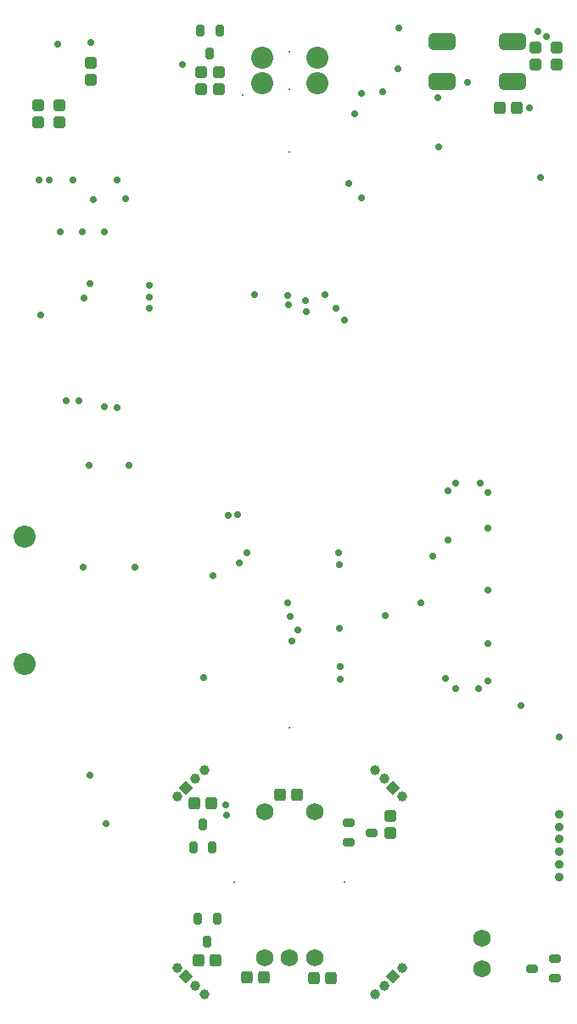
<source format=gbs>
G04 Layer_Color=16711935*
%FSLAX44Y44*%
%MOMM*%
G71*
G01*
G75*
G04:AMPARAMS|DCode=52|XSize=1.2032mm|YSize=1.1032mm|CornerRadius=0.2141mm|HoleSize=0mm|Usage=FLASHONLY|Rotation=0.000|XOffset=0mm|YOffset=0mm|HoleType=Round|Shape=RoundedRectangle|*
%AMROUNDEDRECTD52*
21,1,1.2032,0.6750,0,0,0.0*
21,1,0.7750,1.1032,0,0,0.0*
1,1,0.4282,0.3875,-0.3375*
1,1,0.4282,-0.3875,-0.3375*
1,1,0.4282,-0.3875,0.3375*
1,1,0.4282,0.3875,0.3375*
%
%ADD52ROUNDEDRECTD52*%
G04:AMPARAMS|DCode=61|XSize=1.2032mm|YSize=1.1032mm|CornerRadius=0.2141mm|HoleSize=0mm|Usage=FLASHONLY|Rotation=270.000|XOffset=0mm|YOffset=0mm|HoleType=Round|Shape=RoundedRectangle|*
%AMROUNDEDRECTD61*
21,1,1.2032,0.6750,0,0,270.0*
21,1,0.7750,1.1032,0,0,270.0*
1,1,0.4282,-0.3375,-0.3875*
1,1,0.4282,-0.3375,0.3875*
1,1,0.4282,0.3375,0.3875*
1,1,0.4282,0.3375,-0.3875*
%
%ADD61ROUNDEDRECTD61*%
G04:AMPARAMS|DCode=65|XSize=0.8032mm|YSize=1.2032mm|CornerRadius=0.1766mm|HoleSize=0mm|Usage=FLASHONLY|Rotation=270.000|XOffset=0mm|YOffset=0mm|HoleType=Round|Shape=RoundedRectangle|*
%AMROUNDEDRECTD65*
21,1,0.8032,0.8500,0,0,270.0*
21,1,0.4500,1.2032,0,0,270.0*
1,1,0.3532,-0.4250,-0.2250*
1,1,0.3532,-0.4250,0.2250*
1,1,0.3532,0.4250,0.2250*
1,1,0.3532,0.4250,-0.2250*
%
%ADD65ROUNDEDRECTD65*%
G04:AMPARAMS|DCode=72|XSize=0.8032mm|YSize=1.2032mm|CornerRadius=0.1766mm|HoleSize=0mm|Usage=FLASHONLY|Rotation=0.000|XOffset=0mm|YOffset=0mm|HoleType=Round|Shape=RoundedRectangle|*
%AMROUNDEDRECTD72*
21,1,0.8032,0.8500,0,0,0.0*
21,1,0.4500,1.2032,0,0,0.0*
1,1,0.3532,0.2250,-0.4250*
1,1,0.3532,-0.2250,-0.4250*
1,1,0.3532,-0.2250,0.4250*
1,1,0.3532,0.2250,0.4250*
%
%ADD72ROUNDEDRECTD72*%
%ADD78C,1.7272*%
%ADD79C,0.2032*%
%ADD80C,2.2032*%
%ADD81C,1.0000*%
%ADD82P,1.4142X4X90.0*%
%ADD83P,1.4142X4X180.0*%
%ADD84C,0.9032*%
%ADD85R,0.2032X0.2032*%
%ADD86C,0.7032*%
G04:AMPARAMS|DCode=87|XSize=2.7032mm|YSize=1.7032mm|CornerRadius=0.4766mm|HoleSize=0mm|Usage=FLASHONLY|Rotation=180.000|XOffset=0mm|YOffset=0mm|HoleType=Round|Shape=RoundedRectangle|*
%AMROUNDEDRECTD87*
21,1,2.7032,0.7500,0,0,180.0*
21,1,1.7500,1.7032,0,0,180.0*
1,1,0.9532,-0.8750,0.3750*
1,1,0.9532,0.8750,0.3750*
1,1,0.9532,0.8750,-0.3750*
1,1,0.9532,-0.8750,-0.3750*
%
%ADD87ROUNDEDRECTD87*%
D52*
X212042Y925000D02*
D03*
Y942000D02*
D03*
X229585Y925077D02*
D03*
Y942076D02*
D03*
X545000Y949000D02*
D03*
Y966000D02*
D03*
X566500Y949000D02*
D03*
Y966000D02*
D03*
X400500Y183500D02*
D03*
Y200500D02*
D03*
X101500Y951500D02*
D03*
Y934500D02*
D03*
X49500Y908500D02*
D03*
Y891500D02*
D03*
X70000Y908500D02*
D03*
Y891500D02*
D03*
D61*
X509500Y906000D02*
D03*
X526500D02*
D03*
X226000Y56500D02*
D03*
X209000D02*
D03*
X205000Y212500D02*
D03*
X222000D02*
D03*
X341500Y38000D02*
D03*
X324500D02*
D03*
X257500Y39000D02*
D03*
X274500D02*
D03*
X290500Y221500D02*
D03*
X307500D02*
D03*
D65*
X382000Y183500D02*
D03*
X359000Y193000D02*
D03*
Y174000D02*
D03*
X542000Y48000D02*
D03*
X565000Y38500D02*
D03*
Y57500D02*
D03*
D72*
X220423Y960000D02*
D03*
X229923Y983000D02*
D03*
X210923D02*
D03*
X218000Y74500D02*
D03*
X227500Y97500D02*
D03*
X208500D02*
D03*
X213500Y192000D02*
D03*
X204000Y169000D02*
D03*
X223000D02*
D03*
D78*
X492000Y78000D02*
D03*
Y48000D02*
D03*
X275000Y59000D02*
D03*
X300000D02*
D03*
X325000D02*
D03*
Y204000D02*
D03*
X275000D02*
D03*
D79*
X300000Y862000D02*
D03*
Y288000D02*
D03*
Y962500D02*
D03*
Y924500D02*
D03*
X253500Y919000D02*
D03*
X245000Y134000D02*
D03*
D80*
X35800Y478500D02*
D03*
Y351500D02*
D03*
X272500Y956200D02*
D03*
Y930800D02*
D03*
X327500D02*
D03*
Y956200D02*
D03*
D81*
X385270Y22000D02*
D03*
X394250Y30980D02*
D03*
X412211Y48941D02*
D03*
X214710Y22000D02*
D03*
X205730Y30980D02*
D03*
X187769Y48941D02*
D03*
X385270Y246210D02*
D03*
X394250Y237230D02*
D03*
X412211Y219269D02*
D03*
X214710Y246210D02*
D03*
X205730Y237230D02*
D03*
X187769Y219270D02*
D03*
D82*
X403231Y39960D02*
D03*
X196749Y228250D02*
D03*
D83*
Y39961D02*
D03*
X403230Y228249D02*
D03*
D84*
X569000Y139500D02*
D03*
Y152000D02*
D03*
Y164500D02*
D03*
Y177000D02*
D03*
Y189500D02*
D03*
Y202000D02*
D03*
D85*
X355000Y134000D02*
D03*
D86*
X100750Y731250D02*
D03*
X76750Y614000D02*
D03*
X89650Y614150D02*
D03*
X308000Y385500D02*
D03*
X299000Y709500D02*
D03*
X52000Y700000D02*
D03*
X316500Y703000D02*
D03*
X316000Y714000D02*
D03*
X556000Y977000D02*
D03*
X548000Y982500D02*
D03*
X448000Y916000D02*
D03*
X539000Y906000D02*
D03*
X408500Y945500D02*
D03*
X409000Y985500D02*
D03*
X100500Y240499D02*
D03*
X265000Y720000D02*
D03*
X257500Y463000D02*
D03*
X301000Y399500D02*
D03*
X302500Y374500D02*
D03*
X350000Y387500D02*
D03*
X214000Y338500D02*
D03*
X136500Y815500D02*
D03*
X104500Y815000D02*
D03*
X128000Y834000D02*
D03*
X50000D02*
D03*
X83500D02*
D03*
X250000Y452500D02*
D03*
X449000Y867000D02*
D03*
X93750Y448500D02*
D03*
X117250Y192750D02*
D03*
X358750Y830500D02*
D03*
X371500Y816250D02*
D03*
X497750Y425000D02*
D03*
X350650Y336650D02*
D03*
X350650Y349350D02*
D03*
X145500Y448500D02*
D03*
X68500Y970000D02*
D03*
X102000Y971500D02*
D03*
X193000Y949500D02*
D03*
X223500Y440000D02*
D03*
X297850Y412850D02*
D03*
X569000Y279000D02*
D03*
X530500Y310500D02*
D03*
X395850Y400150D02*
D03*
X237000Y201000D02*
D03*
X236500Y211500D02*
D03*
X248500Y500500D02*
D03*
X238500Y500000D02*
D03*
X115050Y607950D02*
D03*
X95000Y717000D02*
D03*
X71500Y783000D02*
D03*
X115500D02*
D03*
X93500D02*
D03*
X160000Y706500D02*
D03*
Y717750D02*
D03*
Y729000D02*
D03*
X346500Y706500D02*
D03*
X355000Y694500D02*
D03*
X477500Y932000D02*
D03*
X298000Y719500D02*
D03*
X550500Y837000D02*
D03*
X349000Y463000D02*
D03*
X350000Y450950D02*
D03*
X458000Y475000D02*
D03*
Y524500D02*
D03*
X465500Y532000D02*
D03*
X497750Y335000D02*
D03*
X488500Y327000D02*
D03*
X466000D02*
D03*
X455500Y337500D02*
D03*
X442500Y459500D02*
D03*
X430650Y412850D02*
D03*
X100000Y550000D02*
D03*
X140000D02*
D03*
X60000Y834500D02*
D03*
X334999Y719999D02*
D03*
X371500Y921000D02*
D03*
X490000Y532000D02*
D03*
X497500Y522500D02*
D03*
X127750Y607750D02*
D03*
X365000Y900000D02*
D03*
X392500Y922500D02*
D03*
X497500Y487500D02*
D03*
X497750Y372000D02*
D03*
D87*
X522500Y972500D02*
D03*
X452500D02*
D03*
X522500Y932500D02*
D03*
X452500D02*
D03*
M02*

</source>
